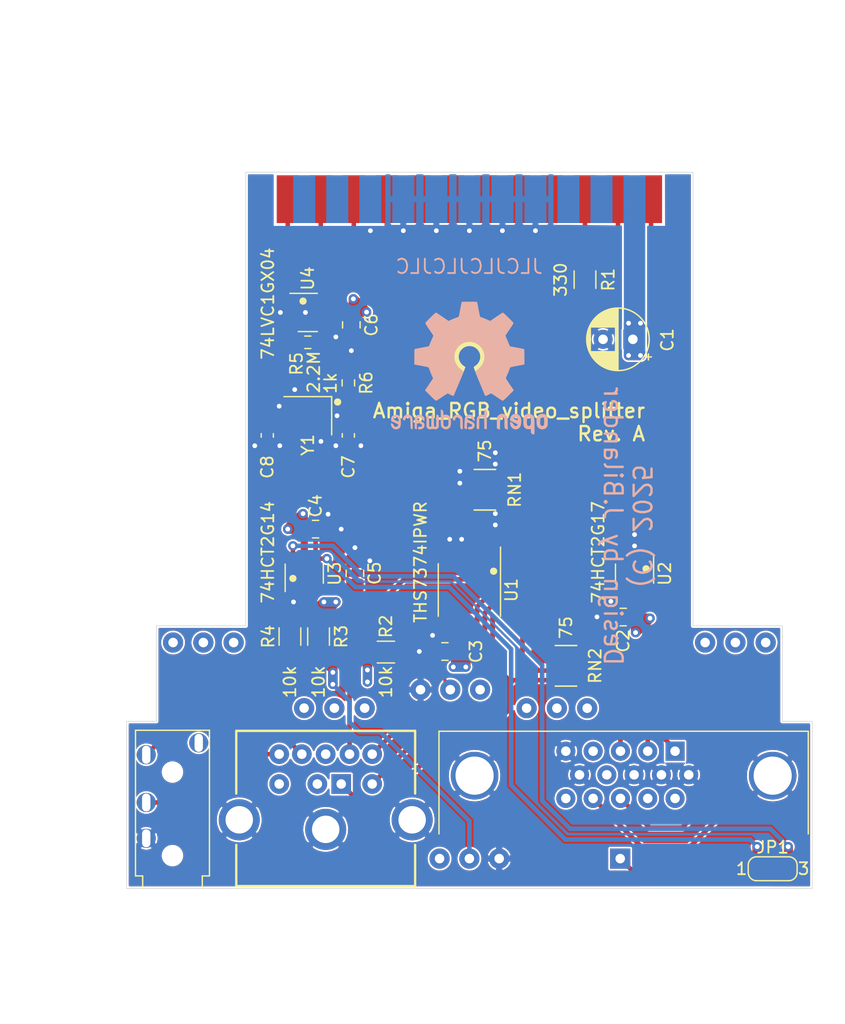
<source format=kicad_pcb>
(kicad_pcb (version 20171130) (host pcbnew "(5.1.12-1-10_14)")
  (layers (0 F.Cu signal) (1 GND power) (2 VCC power) (31 B.Cu signal) (34 B.Paste user) (35 F.Paste user) (36 B.SilkS user) (37 F.SilkS user) (38 B.Mask user) (39 F.Mask user) (44 Edge.Cuts user))
  (net 0 "")
  (net 1 GND)
  (net 2 VCC)
  (net 3 "Net-(J2-Pad15)")
  (net 4 "Net-(J2-Pad12)")
  (net 5 "Net-(J2-Pad11)")
  (net 6 "Net-(J2-Pad9)")
  (net 7 "Net-(J2-Pad4)")
  (net 8 "Net-(J1-Pad15)")
  (net 9 "Net-(J1-Pad14)")
  (net 10 "Net-(J1-Pad13)")
  (net 11 "Net-(J1-Pad9)")
  (net 12 "Net-(J1-Pad8)")
  (net 13 "Net-(J1-Pad7)")
  (net 14 "Net-(J1-Pad6)")
  (net 15 "Net-(J1-Pad21)")
  (net 16 "Net-(J3-Pad6)")
  (net 17 "Net-(J3-Pad5)")
  (net 18 XCLK)
  (net 19 XCLKEN)
  (net 20 RED)
  (net 21 GREEN)
  (net 22 BLUE)
  (net 23 /CSYNC)
  (net 24 HSYNC)
  (net 25 VSYNC)
  (net 26 /+12V)
  (net 27 AUDIO_R)
  (net 28 AUDIO_L)
  (net 29 "Net-(J4-Pad1)")
  (net 30 "Net-(U1-Pad11)")
  (net 31 "Net-(U1-Pad8)")
  (net 32 "Net-(U1-Pad7)")
  (net 33 AMIGA_R)
  (net 34 AMIGA_G)
  (net 35 AMIGA_B)
  (net 36 "Net-(RN1-Pad6)")
  (net 37 "Net-(RN1-Pad3)")
  (net 38 /CSYNK)
  (net 39 VGA_B)
  (net 40 VGA_G)
  (net 41 VGA_R)
  (net 42 "Net-(RN2-Pad5)")
  (net 43 "Net-(RN2-Pad4)")
  (net 44 /HSYNK)
  (net 45 /VSYNK)
  (net 46 "Net-(J5-Pad3)")
  (net 47 /BYPASS)
  (net 48 "Net-(J6-Pad2)")
  (net 49 "Net-(J6-Pad3)")
  (net 50 "Net-(C5-Pad1)")
  (net 51 OE)
  (net 52 "Net-(U4-Pad1)")
  (net 53 "Net-(R5-Pad2)")
  (net 54 "Net-(C7-Pad1)")
  (net 55 "Net-(C8-Pad1)")
  (net 56 "Net-(J7-Pad1)")
  (module Connector_Dsub:DSUB-15-HD_Female_Horizontal_P2.29x1.98mm_EdgePinOffset3.03mm_Housed_MountingHolesOffset4.94mm (layer F.Cu) (at 164.95 133.5)
    (fp_text reference J2 hide)
    (fp_text value DB15_Female_HighDensity_MountingHoles hide)
    (pad 0 thru_hole circle (at 8.185 2.05) (size 4 4) (drill 3.2) (layers *.Cu *.Mask) (net 1 GND))
    (pad 0 thru_hole circle (at -16.815 2.05) (size 4 4) (drill 3.2) (layers *.Cu *.Mask) (net 1 GND))
    (pad 15 thru_hole circle (at -9.16 3.96) (size 1.6 1.6) (drill 0.8) (layers *.Cu *.Mask) (net 3 "Net-(J2-Pad15)"))
    (pad 14 thru_hole circle (at -6.87 3.96) (size 1.6 1.6) (drill 0.8) (layers *.Cu *.Mask) (net 25 VSYNC))
    (pad 13 thru_hole circle (at -4.58 3.96) (size 1.6 1.6) (drill 0.8) (layers *.Cu *.Mask) (net 24 HSYNC))
    (pad 12 thru_hole circle (at -2.29 3.96) (size 1.6 1.6) (drill 0.8) (layers *.Cu *.Mask) (net 4 "Net-(J2-Pad12)"))
    (pad 11 thru_hole circle (at 0 3.96) (size 1.6 1.6) (drill 0.8) (layers *.Cu *.Mask) (net 5 "Net-(J2-Pad11)"))
    (pad 10 thru_hole circle (at -8.015 1.98) (size 1.6 1.6) (drill 0.8) (layers *.Cu *.Mask) (net 1 GND))
    (pad 9 thru_hole circle (at -5.725 1.98) (size 1.6 1.6) (drill 0.8) (layers *.Cu *.Mask) (net 6 "Net-(J2-Pad9)"))
    (pad 8 thru_hole circle (at -3.435 1.98) (size 1.6 1.6) (drill 0.8) (layers *.Cu *.Mask) (net 1 GND))
    (pad 7 thru_hole circle (at -1.145 1.98) (size 1.6 1.6) (drill 0.8) (layers *.Cu *.Mask) (net 1 GND))
    (pad 6 thru_hole circle (at 1.145 1.98) (size 1.6 1.6) (drill 0.8) (layers *.Cu *.Mask) (net 1 GND))
    (pad 5 thru_hole circle (at -9.16 0) (size 1.6 1.6) (drill 0.8) (layers *.Cu *.Mask) (net 1 GND))
    (pad 4 thru_hole circle (at -6.87 0) (size 1.6 1.6) (drill 0.8) (layers *.Cu *.Mask) (net 7 "Net-(J2-Pad4)"))
    (pad 3 thru_hole circle (at -4.58 0) (size 1.6 1.6) (drill 0.8) (layers *.Cu *.Mask) (net 39 VGA_B))
    (pad 2 thru_hole circle (at -2.29 0) (size 1.6 1.6) (drill 0.8) (layers *.Cu *.Mask) (net 40 VGA_G))
    (pad 1 thru_hole rect (at 0 0) (size 1.6 1.6) (drill 0.8) (layers *.Cu *.Mask) (net 41 VGA_R))
  )
  (module Amiga_RGB_video_splitter:KMDGX9SBS1 (layer F.Cu) (at 136.95 136.25)
    (fp_text reference J3 hide)
    (fp_text value KMDGX-9S-BS-1 hide)
    (pad 1 thru_hole rect (at 0 0) (size 1.65 1.65) (drill 0.8) (layers *.Cu *.Mask) (net 22 BLUE))
    (pad 2 thru_hole circle (at -2 0) (size 1.65 1.65) (drill 0.8) (layers *.Cu *.Mask) (net 2 VCC))
    (pad 3 thru_hole circle (at 2.6 0) (size 1.65 1.65) (drill 0.8) (layers *.Cu *.Mask) (net 21 GREEN))
    (pad 4 thru_hole circle (at 0.7 -2.5) (size 1.65 1.65) (drill 0.8) (layers *.Cu *.Mask) (net 23 /CSYNC))
    (pad 5 thru_hole circle (at -1.3 -2.5) (size 1.65 1.65) (drill 0.8) (layers *.Cu *.Mask) (net 17 "Net-(J3-Pad5)"))
    (pad 6 thru_hole circle (at -5.2 0) (size 1.65 1.65) (drill 0.8) (layers *.Cu *.Mask) (net 16 "Net-(J3-Pad6)"))
    (pad 7 thru_hole circle (at 2.6 -2.5) (size 1.65 1.65) (drill 0.8) (layers *.Cu *.Mask) (net 20 RED))
    (pad 8 thru_hole circle (at -3.3 -2.5) (size 1.65 1.65) (drill 0.8) (layers *.Cu *.Mask) (net 28 AUDIO_L))
    (pad 9 thru_hole circle (at -5.2 -2.5) (size 1.65 1.65) (drill 0.8) (layers *.Cu *.Mask) (net 27 AUDIO_R))
    (pad 10 thru_hole circle (at 5.95 3) (size 3.45 3.45) (drill 2.3) (layers *.Cu *.Mask) (net 1 GND))
    (pad 11 thru_hole circle (at -1.3 3.8) (size 3.45 3.45) (drill 2.3) (layers *.Cu *.Mask) (net 1 GND))
    (pad 12 thru_hole circle (at -8.55 3) (size 3.45 3.45) (drill 2.3) (layers *.Cu *.Mask) (net 1 GND))
  )
  (module Connector_PinHeader_2.54mm:PinHeader_1x03_P2.54mm_Vertical (layer B.Cu) (at 133.8395 129.8945 270)
    (fp_text reference REF** hide)
    (fp_text value PinHeader_1x03_P2.54mm_Vertical hide)
    (pad 1 thru_hole oval (at 0 0 270) (size 1.7 1.7) (drill 0.8) (layers *.Cu *.Mask))
    (pad 2 thru_hole oval (at 0 -2.54 270) (size 1.7 1.7) (drill 0.8) (layers *.Cu *.Mask))
    (pad 3 thru_hole oval (at 0 -5.08 270) (size 1.7 1.7) (drill 0.8) (layers *.Cu *.Mask))
  )
  (module Connector_PinHeader_2.54mm:PinHeader_1x03_P2.54mm_Vertical (layer B.Cu) (at 167.47 124.4 270)
    (fp_text reference REF** hide)
    (fp_text value PinHeader_1x03_P2.54mm_Vertical hide)
    (pad 1 thru_hole oval (at 0 0 270) (size 1.7 1.7) (drill 0.8) (layers *.Cu *.Mask))
    (pad 2 thru_hole oval (at 0 -2.54 270) (size 1.7 1.7) (drill 0.8) (layers *.Cu *.Mask))
    (pad 3 thru_hole oval (at 0 -5.08 270) (size 1.7 1.7) (drill 0.8) (layers *.Cu *.Mask))
  )
  (module Connector_PinHeader_2.54mm:PinHeader_1x03_P2.54mm_Vertical (layer B.Cu) (at 152.5 129.9 270)
    (fp_text reference REF** hide)
    (fp_text value PinHeader_1x03_P2.54mm_Vertical hide)
    (pad 3 thru_hole oval (at 0 -5.08 270) (size 1.7 1.7) (drill 0.8) (layers *.Cu *.Mask))
    (pad 2 thru_hole oval (at 0 -2.54 270) (size 1.7 1.7) (drill 0.8) (layers *.Cu *.Mask))
    (pad 1 thru_hole oval (at 0 0 270) (size 1.7 1.7) (drill 0.8) (layers *.Cu *.Mask))
  )
  (module Connector_PinHeader_2.54mm:PinHeader_1x03_P2.54mm_Vertical (layer B.Cu) (at 122.85 124.4 270)
    (fp_text reference REF** hide)
    (fp_text value PinHeader_1x03_P2.54mm_Vertical hide)
    (pad 3 thru_hole oval (at 0 -5.08 270) (size 1.7 1.7) (drill 0.8) (layers *.Cu *.Mask))
    (pad 2 thru_hole oval (at 0 -2.54 270) (size 1.7 1.7) (drill 0.8) (layers *.Cu *.Mask))
    (pad 1 thru_hole oval (at 0 0 270) (size 1.7 1.7) (drill 0.8) (layers *.Cu *.Mask))
  )
  (module Connector_PinHeader_2.54mm:PinHeader_1x01_P2.54mm_Vertical (layer B.Cu) (at 160.35 142.5)
    (fp_text reference J7 hide)
    (fp_text value Conn_01x01 hide)
    (pad 1 thru_hole rect (at 0 0) (size 1.7 1.7) (drill 0.8) (layers *.Cu *.Mask) (net 56 "Net-(J7-Pad1)"))
  )
  (module Jumper:SolderJumper-3_P1.3mm_Open_RoundedPad1.0x1.5mm_NumberLabels (layer F.Cu) (at 173.135 143.35)
    (fp_text reference JP1 (at 0 -1.8) (layer F.SilkS))
    (fp_text value SolderJumper_3_Open hide)
    (fp_text user 1 (at -2.6 0) (layer F.SilkS))
    (fp_text user 3 (at 2.6 0) (layer F.SilkS))
    (pad 2 smd rect (at 0 0) (size 1 1.5) (layers F.Cu F.Mask) (net 56 "Net-(J7-Pad1)"))
    (pad 3 smd custom (at 1.3 0) (size 1 0.5) (layers F.Cu F.Mask) (net 51 OE) (options (clearance outline) (anchor rect)) (primitives (gr_circle (center 0 0.25) (end 0.5 0.25) (width 0)) (gr_circle (center 0 -0.25) (end 0.5 -0.25) (width 0)) (gr_poly (pts (xy -0.55 -0.75) (xy 0 -0.75) (xy 0 0.75) (xy -0.55 0.75)) (width 0))))
    (pad 1 smd custom (at -1.3 0) (size 1 0.5) (layers F.Cu F.Mask) (net 19 XCLKEN) (options (clearance outline) (anchor rect)) (primitives (gr_circle (center 0 0.25) (end 0.5 0.25) (width 0)) (gr_circle (center 0 -0.25) (end 0.5 -0.25) (width 0)) (gr_poly (pts (xy 0.55 -0.75) (xy 0 -0.75) (xy 0 0.75) (xy 0.55 0.75)) (width 0))))
  )
  (module Crystal:Crystal_SMD_SeikoEpson_FA238-4Pin_3.2x2.5mm (layer F.Cu) (at 134.15 105.4 180)
    (fp_text reference Y1 (at 0 -2.45 270) (layer F.SilkS))
    (fp_text value CL=16pF hide)
    (pad 4 smd rect (at -1.1 -0.8 180) (size 1.4 1.2) (layers F.Cu F.Paste F.Mask) (net 1 GND))
    (pad 3 smd rect (at 1.1 -0.8 180) (size 1.4 1.2) (layers F.Cu F.Paste F.Mask) (net 55 "Net-(C8-Pad1)"))
    (pad 2 smd rect (at 1.1 0.8 180) (size 1.4 1.2) (layers F.Cu F.Paste F.Mask) (net 1 GND))
    (pad 1 smd rect (at -1.1 0.8 180) (size 1.4 1.2) (layers F.Cu F.Paste F.Mask) (net 54 "Net-(C7-Pad1)"))
  )
  (module Package_SO:TSOP-6_1.65x3.05mm_P0.95mm (layer F.Cu) (at 134.15 96.75)
    (fp_text reference U4 (at 0 -2.85 90) (layer F.SilkS))
    (fp_text value 74LVC1GX04 hide)
    (pad 6 smd rect (at 1.26 -0.95) (size 0.9 0.51) (layers F.Cu F.Paste F.Mask) (net 18 XCLK))
    (pad 5 smd rect (at 1.26 0) (size 0.9 0.51) (layers F.Cu F.Paste F.Mask) (net 2 VCC))
    (pad 4 smd rect (at 1.26 0.95) (size 0.9 0.51) (layers F.Cu F.Paste F.Mask) (net 53 "Net-(R5-Pad2)"))
    (pad 3 smd rect (at -1.26 0.95) (size 0.9 0.51) (layers F.Cu F.Paste F.Mask) (net 55 "Net-(C8-Pad1)"))
    (pad 2 smd rect (at -1.26 0) (size 0.9 0.51) (layers F.Cu F.Paste F.Mask) (net 1 GND))
    (pad 1 smd rect (at -1.26 -0.95) (size 0.9 0.51) (layers F.Cu F.Paste F.Mask) (net 52 "Net-(U4-Pad1)"))
  )
  (module Capacitor_SMD:C_0603_1608Metric_Pad1.08x0.95mm_HandSolder (layer F.Cu) (at 137.55 107.05 270)
    (fp_text reference C7 (at 2.6375 0 90) (layer F.SilkS))
    (fp_text value 32pF hide)
    (pad 2 smd roundrect (at 0.8625 0 270) (size 1.075 0.95) (layers F.Cu F.Paste F.Mask) (net 1 GND))
    (pad 1 smd roundrect (at -0.8625 0 270) (size 1.075 0.95) (layers F.Cu F.Paste F.Mask) (net 54 "Net-(C7-Pad1)"))
  )
  (module Capacitor_SMD:C_0603_1608Metric_Pad1.08x0.95mm_HandSolder (layer F.Cu) (at 130.75 107.05 270)
    (fp_text reference C8 (at 2.65 0 90) (layer F.SilkS))
    (fp_text value 32pF hide)
    (pad 2 smd roundrect (at 0.8625 0 270) (size 1.075 0.95) (layers F.Cu F.Paste F.Mask) (net 1 GND))
    (pad 1 smd roundrect (at -0.8625 0 270) (size 1.075 0.95) (layers F.Cu F.Paste F.Mask) (net 55 "Net-(C8-Pad1)"))
  )
  (module Resistor_SMD:R_0603_1608Metric_Pad0.98x0.95mm_HandSolder (layer F.Cu) (at 137.55 102.65 270)
    (fp_text reference R6 (at 0 -1.5 90) (layer F.SilkS))
    (fp_text value 1k hide)
    (pad 2 smd roundrect (at 0.9125 0 270) (size 0.975 0.95) (layers F.Cu F.Paste F.Mask) (net 54 "Net-(C7-Pad1)"))
    (pad 1 smd roundrect (at -0.9125 0 270) (size 0.975 0.95) (layers F.Cu F.Paste F.Mask) (net 53 "Net-(R5-Pad2)"))
  )
  (module Resistor_SMD:R_0603_1608Metric_Pad0.98x0.95mm_HandSolder (layer F.Cu) (at 134.15 99.25)
    (fp_text reference R5 (at -0.95 1.8 90) (layer F.SilkS))
    (fp_text value 2.2M hide)
    (pad 2 smd roundrect (at 0.9125 0) (size 0.975 0.95) (layers F.Cu F.Paste F.Mask) (net 53 "Net-(R5-Pad2)"))
    (pad 1 smd roundrect (at -0.9125 0) (size 0.975 0.95) (layers F.Cu F.Paste F.Mask) (net 55 "Net-(C8-Pad1)"))
  )
  (module Capacitor_SMD:C_0805_2012Metric_Pad1.18x1.45mm_HandSolder (layer F.Cu) (at 137.8 97.7875 270)
    (fp_text reference C6 (at 0 -1.68 90) (layer F.SilkS))
    (fp_text value 0.1uF hide)
    (pad 2 smd roundrect (at 1.0375 0 270) (size 1.175 1.45) (layers F.Cu F.Paste F.Mask) (roundrect_rratio 0.212766) (net 1 GND))
    (pad 1 smd roundrect (at -1.0375 0 270) (size 1.175 1.45) (layers F.Cu F.Paste F.Mask) (roundrect_rratio 0.212766) (net 2 VCC))
  )
  (module Package_SO:TSOP-6_1.65x3.05mm_P0.95mm (layer F.Cu) (at 133.85 118.6296 90)
    (fp_text reference U3 (at 0 2.55 90) (layer F.SilkS))
    (fp_text value 74HCT2G14 hide)
    (pad 6 smd rect (at 1.26 -0.95 90) (size 0.9 0.51) (layers F.Cu F.Paste F.Mask) (net 51 OE))
    (pad 5 smd rect (at 1.26 0 90) (size 0.9 0.51) (layers F.Cu F.Paste F.Mask) (net 2 VCC))
    (pad 4 smd rect (at 1.26 0.95 90) (size 0.9 0.51) (layers F.Cu F.Paste F.Mask) (net 19 XCLKEN))
    (pad 3 smd rect (at -1.26 0.95 90) (size 0.9 0.51) (layers F.Cu F.Paste F.Mask) (net 50 "Net-(C5-Pad1)"))
    (pad 2 smd rect (at -1.26 0 90) (size 0.9 0.51) (layers F.Cu F.Paste F.Mask) (net 1 GND))
    (pad 1 smd rect (at -1.26 -0.95 90) (size 0.9 0.51) (layers F.Cu F.Paste F.Mask) (net 19 XCLKEN))
  )
  (module Capacitor_SMD:C_0805_2012Metric_Pad1.18x1.45mm_HandSolder (layer F.Cu) (at 138.1 118.6 90)
    (fp_text reference C5 (at 0 1.65 90) (layer F.SilkS))
    (fp_text value 0.1uF hide)
    (pad 2 smd roundrect (at 1.0375 0 90) (size 1.175 1.45) (layers F.Cu F.Paste F.Mask) (roundrect_rratio 0.212766) (net 1 GND))
    (pad 1 smd roundrect (at -1.0375 0 90) (size 1.175 1.45) (layers F.Cu F.Paste F.Mask) (roundrect_rratio 0.212766) (net 50 "Net-(C5-Pad1)"))
  )
  (module Resistor_SMD:R_1206_3216Metric_Pad1.30x1.75mm_HandSolder (layer F.Cu) (at 132.65 123.9 90)
    (fp_text reference R4 (at 0 -1.82 90) (layer F.SilkS))
    (fp_text value 10k hide)
    (pad 2 smd roundrect (at 1.55 0 90) (size 1.3 1.75) (layers F.Cu F.Paste F.Mask) (roundrect_rratio 0.192308) (net 50 "Net-(C5-Pad1)"))
    (pad 1 smd roundrect (at -1.55 0 90) (size 1.3 1.75) (layers F.Cu F.Paste F.Mask) (roundrect_rratio 0.192308) (net 48 "Net-(J6-Pad2)"))
  )
  (module Capacitor_SMD:C_0805_2012Metric_Pad1.18x1.45mm_HandSolder (layer F.Cu) (at 134.8 114.9)
    (fp_text reference C4 (at 0 -1.95 90) (layer F.SilkS))
    (fp_text value 0.1uF hide)
    (pad 2 smd roundrect (at 1.0375 0) (size 1.175 1.45) (layers F.Cu F.Paste F.Mask) (roundrect_rratio 0.212766) (net 1 GND))
    (pad 1 smd roundrect (at -1.0375 0) (size 1.175 1.45) (layers F.Cu F.Paste F.Mask) (roundrect_rratio 0.212766) (net 2 VCC))
  )
  (module Resistor_SMD:R_1206_3216Metric_Pad1.30x1.75mm_HandSolder (layer F.Cu) (at 135.05 123.9 270)
    (fp_text reference R3 (at 0 -1.9 90) (layer F.SilkS))
    (fp_text value 10k hide)
    (pad 2 smd roundrect (at 1.55 0 270) (size 1.3 1.75) (layers F.Cu F.Paste F.Mask) (roundrect_rratio 0.192308) (net 48 "Net-(J6-Pad2)"))
    (pad 1 smd roundrect (at -1.55 0 270) (size 1.3 1.75) (layers F.Cu F.Paste F.Mask) (roundrect_rratio 0.192308) (net 2 VCC))
  )
  (module Amiga_RGB_video_splitter:PinHeader_1x03_P2.5mm_Vertical (layer B.Cu) (at 147.7 142.5 90)
    (fp_text reference J6 hide)
    (fp_text value "MSS22D18 3Pin Slide Toggle Switch Pitch_2.5mm" hide)
    (pad 1 thru_hole oval (at 0 2.5 90) (size 1.7 1.7) (drill 0.8) (layers *.Cu *.Mask) (net 1 GND))
    (pad 2 thru_hole oval (at 0 0 90) (size 1.7 1.7) (drill 0.8) (layers *.Cu *.Mask) (net 48 "Net-(J6-Pad2)"))
    (pad 3 thru_hole oval (at 0 -2.5 90) (size 1.7 1.7) (drill 0.8) (layers *.Cu *.Mask) (net 49 "Net-(J6-Pad3)"))
  )
  (module Resistor_SMD:R_1206_3216Metric_Pad1.30x1.75mm_HandSolder (layer F.Cu) (at 140.7 125.2)
    (fp_text reference R2 (at 0 -2.15 90) (layer F.SilkS))
    (fp_text value 10k hide)
    (pad 2 smd roundrect (at 1.55 0) (size 1.3 1.75) (layers F.Cu F.Paste F.Mask) (roundrect_rratio 0.192308) (net 47 /BYPASS))
    (pad 1 smd roundrect (at -1.55 0) (size 1.3 1.75) (layers F.Cu F.Paste F.Mask) (roundrect_rratio 0.192308) (net 2 VCC))
  )
  (module Amiga_RGB_video_splitter:PinHeader_1x03_P2.5mm_Vertical (layer F.Cu) (at 146.1 128.35 90)
    (fp_text reference J5 hide)
    (fp_text value "MSS22D18 3Pin Slide Toggle Switch Pitch_2.5mm" hide)
    (pad 1 thru_hole oval (at 0 -2.5 90) (size 1.7 1.7) (drill 0.8) (layers *.Cu *.Mask) (net 1 GND))
    (pad 2 thru_hole oval (at 0 0 90) (size 1.7 1.7) (drill 0.8) (layers *.Cu *.Mask) (net 47 /BYPASS))
    (pad 3 thru_hole oval (at 0 2.5 90) (size 1.7 1.7) (drill 0.8) (layers *.Cu *.Mask) (net 46 "Net-(J5-Pad3)"))
  )
  (module Capacitor_THT:CP_Radial_D5.0mm_P2.50mm (layer F.Cu) (at 161.4112 99 180)
    (fp_text reference C1 (at -2.8888 -0.05 90) (layer F.SilkS))
    (fp_text value "100uF Radial Pitch_2.5mm" hide)
    (pad 2 thru_hole circle (at 2.5 0 180) (size 1.6 1.6) (drill 0.8) (layers *.Cu *.Mask) (net 1 GND))
    (pad 1 thru_hole rect (at 0 0 180) (size 1.6 1.6) (drill 0.8) (layers *.Cu *.Mask) (net 2 VCC))
  )
  (module Amiga_RGB_video_splitter:PJ-320A (layer F.Cu) (at 120.6 145.95 90)
    (fp_text reference J4 hide)
    (fp_text value PJ-320A hide)
    (pad "" np_thru_hole circle (at 10.7 2.2 90) (size 1.5 1.5) (drill 1.5) (layers *.Cu *.Mask))
    (pad "" np_thru_hole circle (at 3.7 2.2 90) (size 1.5 1.5) (drill 1.5) (layers *.Cu *.Mask))
    (pad 1 thru_hole circle (at 13.15 4.4 90) (size 1.6 1.6) (drill oval 1.5 0.7) (layers *.Cu *.Mask) (net 29 "Net-(J4-Pad1)"))
    (pad 2 thru_hole circle (at 12.15 0 90) (size 1.6 1.6) (drill oval 1.5 0.7) (layers *.Cu *.Mask) (net 28 AUDIO_L))
    (pad 3 thru_hole circle (at 8.15 0 90) (size 1.6 1.6) (drill oval 1.5 0.7) (layers *.Cu *.Mask) (net 27 AUDIO_R))
    (pad 4 thru_hole circle (at 5.15 0 90) (size 1.6 1.6) (drill oval 1.5 0.7) (layers *.Cu *.Mask) (net 1 GND))
  )
  (module Package_SO:TSOP-6_1.65x3.05mm_P0.95mm (layer F.Cu) (at 161.5509 118.6296 270)
    (fp_text reference U2 (at 0 -2.54 90) (layer F.SilkS))
    (fp_text value 74HCT2G17 hide)
    (pad 6 smd rect (at 1.26 -0.95 270) (size 0.9 0.51) (layers F.Cu F.Paste F.Mask) (net 25 VSYNC))
    (pad 5 smd rect (at 1.26 0 270) (size 0.9 0.51) (layers F.Cu F.Paste F.Mask) (net 2 VCC))
    (pad 4 smd rect (at 1.26 0.95 270) (size 0.9 0.51) (layers F.Cu F.Paste F.Mask) (net 24 HSYNC))
    (pad 3 smd rect (at -1.26 0.95 270) (size 0.9 0.51) (layers F.Cu F.Paste F.Mask) (net 44 /HSYNK))
    (pad 2 smd rect (at -1.26 0 270) (size 0.9 0.51) (layers F.Cu F.Paste F.Mask) (net 1 GND))
    (pad 1 smd rect (at -1.26 -0.95 270) (size 0.9 0.51) (layers F.Cu F.Paste F.Mask) (net 45 /VSYNK))
  )
  (module Package_SO:TSSOP-14_4.4x5mm_P0.65mm (layer F.Cu) (at 147.7 120 270)
    (fp_text reference U1 (at 0.0012 -3.5258 270) (layer F.SilkS))
    (fp_text value THS7374IPWR hide)
    (pad 14 smd roundrect (at 2.8625 -1.95 270) (size 1.475 0.4) (layers F.Cu F.Paste F.Mask) (net 22 BLUE))
    (pad 13 smd roundrect (at 2.8625 -1.3 270) (size 1.475 0.4) (layers F.Cu F.Paste F.Mask) (net 21 GREEN))
    (pad 12 smd roundrect (at 2.8625 -0.65 270) (size 1.475 0.4) (layers F.Cu F.Paste F.Mask) (net 20 RED))
    (pad 11 smd roundrect (at 2.8625 0 270) (size 1.475 0.4) (layers F.Cu F.Paste F.Mask) (net 30 "Net-(U1-Pad11)"))
    (pad 10 smd roundrect (at 2.8625 0.65 270) (size 1.475 0.4) (layers F.Cu F.Paste F.Mask) (net 2 VCC))
    (pad 9 smd roundrect (at 2.8625 1.3 270) (size 1.475 0.4) (layers F.Cu F.Paste F.Mask) (net 47 /BYPASS))
    (pad 8 smd roundrect (at 2.8625 1.95 270) (size 1.475 0.4) (layers F.Cu F.Paste F.Mask) (net 31 "Net-(U1-Pad8)"))
    (pad 7 smd roundrect (at -2.8625 1.95 270) (size 1.475 0.4) (layers F.Cu F.Paste F.Mask) (net 32 "Net-(U1-Pad7)"))
    (pad 6 smd roundrect (at -2.8625 1.3 270) (size 1.475 0.4) (layers F.Cu F.Paste F.Mask) (net 1 GND))
    (pad 5 smd roundrect (at -2.8625 0.65 270) (size 1.475 0.4) (layers F.Cu F.Paste F.Mask) (net 1 GND))
    (pad 4 smd roundrect (at -2.8625 0 270) (size 1.475 0.4) (layers F.Cu F.Paste F.Mask) (net 1 GND))
    (pad 3 smd roundrect (at -2.8625 -0.65 270) (size 1.475 0.4) (layers F.Cu F.Paste F.Mask) (net 33 AMIGA_R))
    (pad 2 smd roundrect (at -2.8625 -1.3 270) (size 1.475 0.4) (layers F.Cu F.Paste F.Mask) (net 34 AMIGA_G))
    (pad 1 smd roundrect (at -2.8625 -1.95 270) (size 1.475 0.4) (layers F.Cu F.Paste F.Mask) (net 35 AMIGA_B))
  )
  (module Capacitor_SMD:C_0805_2012Metric_Pad1.18x1.45mm_HandSolder (layer F.Cu) (at 160.6009 122.2655 180)
    (fp_text reference C2 (at 0 -2 90) (layer F.SilkS))
    (fp_text value 0.1uF hide)
    (pad 2 smd roundrect (at 1.0375 0 180) (size 1.175 1.45) (layers F.Cu F.Paste F.Mask) (roundrect_rratio 0.212766) (net 1 GND))
    (pad 1 smd roundrect (at -1.0375 0 180) (size 1.175 1.45) (layers F.Cu F.Paste F.Mask) (roundrect_rratio 0.212766) (net 2 VCC))
  )
  (module Amiga_RGB_video_splitter:RESCAF80P320X160X60-8N (layer F.Cu) (at 155.8 126.35 180)
    (fp_text reference RN2 (at -2.45 0 90) (layer F.SilkS))
    (fp_text value "R_Pack04 75 Ω" hide)
    (pad 8 smd rect (at 0.875 -1.2 180) (size 0.97 0.53) (layers F.Cu F.Paste F.Mask) (net 22 BLUE))
    (pad 7 smd rect (at 0.875 -0.4 180) (size 0.97 0.53) (layers F.Cu F.Paste F.Mask) (net 21 GREEN))
    (pad 6 smd rect (at 0.875 0.4 180) (size 0.97 0.53) (layers F.Cu F.Paste F.Mask) (net 20 RED))
    (pad 5 smd rect (at 0.875 1.2 180) (size 0.97 0.53) (layers F.Cu F.Paste F.Mask) (net 42 "Net-(RN2-Pad5)"))
    (pad 4 smd rect (at -0.875 1.2 180) (size 0.97 0.53) (layers F.Cu F.Paste F.Mask) (net 43 "Net-(RN2-Pad4)"))
    (pad 3 smd rect (at -0.875 0.4 180) (size 0.97 0.53) (layers F.Cu F.Paste F.Mask) (net 41 VGA_R))
    (pad 2 smd rect (at -0.875 -0.4 180) (size 0.97 0.53) (layers F.Cu F.Paste F.Mask) (net 40 VGA_G))
    (pad 1 smd rect (at -0.875 -1.2 180) (size 0.97 0.53) (layers F.Cu F.Paste F.Mask) (net 39 VGA_B))
  )
  (module Amiga_RGB_video_splitter:RESCAF80P320X160X60-8N (layer F.Cu) (at 149 111.6)
    (fp_text reference RN1 (at 2.5 0 90) (layer F.SilkS))
    (fp_text value "R_Pack04 75 Ω" hide)
    (pad 8 smd rect (at 0.875 -1.2) (size 0.97 0.53) (layers F.Cu F.Paste F.Mask) (net 1 GND))
    (pad 7 smd rect (at 0.875 -0.4) (size 0.97 0.53) (layers F.Cu F.Paste F.Mask) (net 35 AMIGA_B))
    (pad 6 smd rect (at 0.875 0.4) (size 0.97 0.53) (layers F.Cu F.Paste F.Mask) (net 36 "Net-(RN1-Pad6)"))
    (pad 5 smd rect (at 0.875 1.2) (size 0.97 0.53) (layers F.Cu F.Paste F.Mask) (net 1 GND))
    (pad 4 smd rect (at -0.875 1.2) (size 0.97 0.53) (layers F.Cu F.Paste F.Mask) (net 33 AMIGA_R))
    (pad 3 smd rect (at -0.875 0.4) (size 0.97 0.53) (layers F.Cu F.Paste F.Mask) (net 37 "Net-(RN1-Pad3)"))
    (pad 2 smd rect (at -0.875 -0.4) (size 0.97 0.53) (layers F.Cu F.Paste F.Mask) (net 1 GND))
    (pad 1 smd rect (at -0.875 -1.2) (size 0.97 0.53) (layers F.Cu F.Paste F.Mask) (net 34 AMIGA_G))
  )
  (module Resistor_SMD:R_1206_3216Metric_Pad1.30x1.75mm_HandSolder (layer F.Cu) (at 157.395 94 270)
    (fp_text reference R1 (at 0 -1.955 90) (layer F.SilkS))
    (fp_text value 330 hide)
    (pad 2 smd roundrect (at 1.55 0 270) (size 1.3 1.75) (layers F.Cu F.Paste F.Mask) (roundrect_rratio 0.192308) (net 23 /CSYNC))
    (pad 1 smd roundrect (at -1.55 0 270) (size 1.3 1.75) (layers F.Cu F.Paste F.Mask) (roundrect_rratio 0.192308) (net 38 /CSYNK))
  )
  (module Capacitor_SMD:C_0805_2012Metric_Pad1.18x1.45mm_HandSolder (layer F.Cu) (at 145.65 125.15 180)
    (fp_text reference C3 (at -2.6 0 90) (layer F.SilkS))
    (fp_text value 0.1uF hide)
    (pad 2 smd roundrect (at 1.0375 0 180) (size 1.175 1.45) (layers F.Cu F.Paste F.Mask) (roundrect_rratio 0.212766) (net 1 GND))
    (pad 1 smd roundrect (at -1.0375 0 180) (size 1.175 1.45) (layers F.Cu F.Paste F.Mask) (roundrect_rratio 0.212766) (net 2 VCC))
  )
  (module Amiga_RGB_video_splitter:DSUB-23_Female_EdgeMount_P2.77mm (layer F.Cu) (at 147.7 87 180)
    (fp_text reference J1 hide)
    (fp_text value DB23_Female-Connector hide)
    (pad 1 smd rect (at 15.235 -0.26 180) (size 1.846667 4) (layers F.Cu F.Paste F.Mask) (net 18 XCLK))
    (pad 2 smd rect (at 12.465 -0.26 180) (size 1.846667 4) (layers F.Cu F.Paste F.Mask) (net 19 XCLKEN))
    (pad 3 smd rect (at 9.695 -0.26 180) (size 1.846667 4) (layers F.Cu F.Paste F.Mask) (net 33 AMIGA_R))
    (pad 4 smd rect (at 6.925 -0.26 180) (size 1.846667 4) (layers F.Cu F.Paste F.Mask) (net 34 AMIGA_G))
    (pad 5 smd rect (at 4.155 -0.26 180) (size 1.846667 4) (layers F.Cu F.Paste F.Mask) (net 35 AMIGA_B))
    (pad 6 smd rect (at 1.385 -0.26 180) (size 1.846667 4) (layers F.Cu F.Paste F.Mask) (net 14 "Net-(J1-Pad6)"))
    (pad 7 smd rect (at -1.385 -0.26 180) (size 1.846667 4) (layers F.Cu F.Paste F.Mask) (net 13 "Net-(J1-Pad7)"))
    (pad 8 smd rect (at -4.155 -0.26 180) (size 1.846667 4) (layers F.Cu F.Paste F.Mask) (net 12 "Net-(J1-Pad8)"))
    (pad 9 smd rect (at -6.925 -0.26 180) (size 1.846667 4) (layers F.Cu F.Paste F.Mask) (net 11 "Net-(J1-Pad9)"))
    (pad 10 smd rect (at -9.695 -0.26 180) (size 1.846667 4) (layers F.Cu F.Paste F.Mask) (net 38 /CSYNK))
    (pad 11 smd rect (at -12.465 -0.26 180) (size 1.846667 4) (layers F.Cu F.Paste F.Mask) (net 44 /HSYNK))
    (pad 12 smd rect (at -15.235 -0.26 180) (size 1.846667 4) (layers F.Cu F.Paste F.Mask) (net 45 /VSYNK))
    (pad 13 smd rect (at 13.85 -0.26 180) (size 1.846667 4) (layers B.Cu B.Paste B.Mask) (net 10 "Net-(J1-Pad13)"))
    (pad 14 smd rect (at 11.08 -0.26 180) (size 1.846667 4) (layers B.Cu B.Paste B.Mask) (net 9 "Net-(J1-Pad14)"))
    (pad 15 smd rect (at 8.31 -0.26 180) (size 1.846667 4) (layers B.Cu B.Paste B.Mask) (net 8 "Net-(J1-Pad15)"))
    (pad 16 smd rect (at 5.54 -0.26 180) (size 1.846667 4) (layers B.Cu B.Paste B.Mask) (net 1 GND))
    (pad 17 smd rect (at 2.77 -0.26 180) (size 1.846667 4) (layers B.Cu B.Paste B.Mask) (net 1 GND))
    (pad 18 smd rect (at 0 -0.26 180) (size 1.846667 4) (layers B.Cu B.Paste B.Mask) (net 1 GND))
    (pad 19 smd rect (at -2.77 -0.26 180) (size 1.846667 4) (layers B.Cu B.Paste B.Mask) (net 1 GND))
    (pad 20 smd rect (at -5.54 -0.26 180) (size 1.846667 4) (layers B.Cu B.Paste B.Mask) (net 1 GND))
    (pad 21 smd rect (at -8.31 -0.26 180) (size 1.846667 4) (layers B.Cu B.Paste B.Mask) (net 15 "Net-(J1-Pad21)"))
    (pad 22 smd rect (at -11.08 -0.26 180) (size 1.846667 4) (layers B.Cu B.Paste B.Mask) (net 26 /+12V))
    (pad 23 smd rect (at -13.85 -0.26 180) (size 1.846667 4) (layers B.Cu B.Paste B.Mask) (net 2 VCC))
  )
  (module Symbol:OSHW-Logo2_14.6x12mm_SilkScreen (layer B.Cu) (at 147.7 101.4 180)
    (fp_text reference REF** hide)
    (fp_text value OSHW-Logo2_14.6x12mm_SilkScreen hide)
  )
  (module Symbol:OSHW-Symbol_6.7x6mm_SilkScreen (layer F.Cu) (at 147.7 100.15)
    (fp_text reference REF** hide)
    (fp_text value OSHW-Symbol_6.7x6mm_SilkScreen hide)
  )
  (gr_text 2.2M (at 134.65 103.6 90) (layer F.SilkS) (effects (font (size 1 1)) (justify left)))
  (gr_text 1k (at 136.05 103.65 90) (layer F.SilkS) (effects (font (size 1 1)) (justify left)))
  (gr_text 74LVC1GX04 (at 130.8 100.8 90) (layer F.SilkS) (effects (font (size 1 1)) (justify left)))
  (gr_text 10k (at 135.05 129.15 90) (layer F.SilkS) (effects (font (size 1 1)) (justify left)))
  (gr_text 10k (at 132.65 129.15 90) (layer F.SilkS) (effects (font (size 1 1)) (justify left)))
  (gr_text 10k (at 140.7 129.15 90) (layer F.SilkS) (effects (font (size 1 1)) (justify left)))
  (gr_text 74HCT2G14 (at 130.8 121.2204 90) (layer F.SilkS) (effects (font (size 1 1)) (justify left)))
  (gr_text 330 (at 155.35 95.5283 90) (layer F.SilkS) (effects (font (size 1 1)) (justify left)))
  (gr_text 75 (at 155.8 124.2 90) (layer F.SilkS) (effects (font (size 1 1)) (justify left)))
  (gr_text 75 (at 149 109.4 90) (layer F.SilkS) (effects (font (size 1 1)) (justify left)))
  (gr_text THS7374IPWR (at 143.6 122.85 90) (layer F.SilkS) (effects (font (size 1 1)) (justify left)))
  (gr_text 74HCT2G17 (at 158.5 121.2204 90) (layer F.SilkS) (effects (font (size 1 1)) (justify left)))
  (gr_line (start 173.95 123) (end 173.95 131) (layer Edge.Cuts) (width 0.05))
  (gr_line (start 173.95 131) (end 176.45 131) (layer Edge.Cuts) (width 0.05))
  (gr_line (start 118.95 131) (end 121.45 131) (layer Edge.Cuts) (width 0.05))
  (gr_line (start 118.95 131) (end 118.95 145) (layer Edge.Cuts) (width 0.05))
  (gr_line (start 118.95 145) (end 176.45 145) (layer Edge.Cuts) (width 0.05))
  (gr_text JLCJLCJLCJLC (at 153.95 92.9) (layer B.SilkS) (effects (font (size 1.2 1.2)) (justify left mirror)))
  (gr_text "Amiga_RGB_video_splitter\nRev. A" (at 162.55 105.95) (layer F.SilkS) (effects (font (size 1.2 1.2) (thickness 0.2)) (justify right)))
  (gr_line (start 121.45 123) (end 121.45 131) (layer Edge.Cuts) (width 0.05))
  (gr_line (start 128.95 123) (end 121.45 123) (layer Edge.Cuts) (width 0.05))
  (gr_line (start 176.45 131) (end 176.45 145) (layer Edge.Cuts) (width 0.05))
  (gr_line (start 166.45 123) (end 173.95 123) (layer Edge.Cuts) (width 0.05))
  (gr_text "(C) 2025\nDesign by J.Bilander" (at 160.95 114.65 270) (layer B.SilkS) (effects (font (size 1.5 1.5) (thickness 0.2)) (justify mirror)))
  (gr_line (start 128.95 85) (end 128.95 123) (layer Edge.Cuts) (width 0.05))
  (gr_line (start 166.45 85) (end 166.45 123) (layer Edge.Cuts) (width 0.05))
  (gr_line (start 128.95 85) (end 166.45 85) (layer Edge.Cuts) (width 0.05))
  (via (at 142.16 89.9) (size 0.8) (drill 0.4) (layers F.Cu B.Cu) (net 1))
  (via (at 144.93 89.9) (size 0.8) (drill 0.4) (layers F.Cu B.Cu) (net 1))
  (via (at 150.47 89.9) (size 0.8) (drill 0.4) (layers F.Cu B.Cu) (net 1))
  (via (at 147.7 89.9) (size 0.8) (drill 0.4) (layers F.Cu B.Cu) (net 1))
  (via (at 153.24 89.9) (size 0.8) (drill 0.4) (layers F.Cu B.Cu) (net 1))
  (via (at 139.4 89.9) (size 0.8) (drill 0.4) (layers F.Cu B.Cu) (net 1))
  (via (at 149.875 113.6) (size 0.8) (drill 0.4) (layers F.Cu B.Cu) (net 1))
  (via (at 146.9 111.05) (size 0.8) (drill 0.4) (layers F.Cu B.Cu) (net 1))
  (via (at 146.9 110.05) (size 0.8) (drill 0.4) (layers F.Cu B.Cu) (net 1))
  (via (at 149.875 114.55) (size 0.8) (drill 0.4) (layers F.Cu B.Cu) (net 1))
  (via (at 149.875 109.45) (size 0.8) (drill 0.4) (layers F.Cu B.Cu) (net 1))
  (via (at 149.875 108.5) (size 0.8) (drill 0.4) (layers F.Cu B.Cu) (net 1))
  (via (at 161.5509 116.3075) (size 0.8) (drill 0.4) (layers F.Cu B.Cu) (net 1))
  (via (at 161.5509 115.3575) (size 0.8) (drill 0.4) (layers F.Cu B.Cu) (net 1))
  (via (at 133.05 103.21) (size 0.8) (drill 0.4) (layers F.Cu B.Cu) (net 1))
  (via (at 135.25 107.55) (size 0.8) (drill 0.4) (layers F.Cu B.Cu) (net 1))
  (via (at 136.95 114.9) (size 0.8) (drill 0.4) (layers F.Cu B.Cu) (net 1))
  (via (at 138.1 116.45) (size 0.8) (drill 0.4) (layers F.Cu B.Cu) (net 1))
  (via (at 135.85 113.65) (size 0.8) (drill 0.4) (layers F.Cu B.Cu) (net 1))
  (via (at 139.35 117.55) (size 0.8) (drill 0.4) (layers F.Cu B.Cu) (net 1))
  (via (at 137.8 99.95) (size 0.8) (drill 0.4) (layers F.Cu B.Cu) (net 1))
  (via (at 136.5 98.8) (size 0.8) (drill 0.4) (layers F.Cu B.Cu) (net 1))
  (via (at 131.85 96.75) (size 0.8) (drill 0.4) (layers F.Cu B.Cu) (net 1))
  (via (at 133.95 96.75) (size 0.8) (drill 0.4) (layers F.Cu B.Cu) (net 1))
  (via (at 131.75 104.6) (size 0.8) (drill 0.4) (layers F.Cu B.Cu) (net 1))
  (via (at 136.6 105.4) (size 0.8) (drill 0.4) (layers F.Cu B.Cu) (net 1))
  (via (at 147.05 115.75) (size 0.8) (drill 0.4) (layers F.Cu B.Cu) (net 1))
  (via (at 146.05 115.75) (size 0.8) (drill 0.4) (layers F.Cu B.Cu) (net 1))
  (via (at 143.5 125.15) (size 0.8) (drill 0.4) (layers F.Cu B.Cu) (net 1))
  (via (at 144.6125 123.8) (size 0.8) (drill 0.4) (layers F.Cu B.Cu) (net 1))
  (via (at 158.4 122.25) (size 0.8) (drill 0.4) (layers F.Cu B.Cu) (net 1))
  (via (at 159.5634 120.95) (size 0.8) (drill 0.4) (layers F.Cu B.Cu) (net 1))
  (via (at 131.8 107.9125) (size 0.8) (drill 0.4) (layers F.Cu B.Cu) (net 1))
  (via (at 129.7 107.9125) (size 0.8) (drill 0.4) (layers F.Cu B.Cu) (net 1))
  (via (at 136.5 107.9125) (size 0.8) (drill 0.4) (layers F.Cu B.Cu) (net 1))
  (via (at 138.6 107.9125) (size 0.8) (drill 0.4) (layers F.Cu B.Cu) (net 1))
  (via (at 132.95 121) (size 0.8) (drill 0.4) (layers F.Cu B.Cu) (net 1))
  (via (at 139.15 127.7) (size 0.8) (drill 0.4) (layers F.Cu B.Cu) (net 2))
  (via (at 139.15 126.7) (size 0.8) (drill 0.4) (layers F.Cu B.Cu) (net 2))
  (via (at 162.85 122.3655) (size 0.8) (drill 0.4) (layers F.Cu B.Cu) (net 2))
  (via (at 161.05 97.6492) (size 0.8) (drill 0.4) (layers F.Cu B.Cu) (net 2))
  (via (at 162.05 97.6492) (size 0.8) (drill 0.4) (layers F.Cu B.Cu) (net 2))
  (via (at 147.4 126.45) (size 0.8) (drill 0.4) (layers F.Cu B.Cu) (net 2))
  (via (at 161.6384 123.5655) (size 0.8) (drill 0.4) (layers F.Cu B.Cu) (net 2))
  (segment (start 162.85 122.3655) (end 161.7384 122.3655) (width 0.8) (layer F.Cu) (net 2))
  (segment (start 161.6384 123.5655) (end 161.6384 122.2655) (width 0.8) (layer F.Cu) (net 2))
  (segment (start 162.8384 122.3655) (end 161.6384 123.5655) (width 0.8) (layer F.Cu) (net 2))
  (segment (start 161.05 98.6388) (end 161.4112 99) (width 0.8) (layer B.Cu) (net 2))
  (segment (start 161.05 97.6492) (end 161.05 98.6388) (width 0.8) (layer B.Cu) (net 2))
  (segment (start 162.05 98.3612) (end 161.4112 99) (width 0.8) (layer B.Cu) (net 2))
  (segment (start 162.05 97.6492) (end 162.05 98.3612) (width 0.8) (layer B.Cu) (net 2))
  (segment (start 161.5509 98.8603) (end 161.4112 99) (width 0.8) (layer B.Cu) (net 2))
  (segment (start 161.05 97.6492) (end 161.5509 97.6492) (width 0.8) (layer B.Cu) (net 2))
  (segment (start 161.5509 97.6492) (end 161.5509 98.8603) (width 0.8) (layer B.Cu) (net 2))
  (segment (start 161.5509 97.6492) (end 162.05 97.6492) (width 0.8) (layer B.Cu) (net 2))
  (segment (start 161.05 87.76) (end 161.55 87.26) (width 0.8) (layer B.Cu) (net 2))
  (segment (start 161.05 97.6492) (end 161.05 87.76) (width 0.8) (layer B.Cu) (net 2))
  (segment (start 162.05 87.76) (end 161.55 87.26) (width 0.8) (layer B.Cu) (net 2))
  (segment (start 162.05 97.6492) (end 162.05 87.76) (width 0.8) (layer B.Cu) (net 2))
  (segment (start 161.5509 87.2609) (end 161.55 87.26) (width 0.8) (layer B.Cu) (net 2))
  (segment (start 161.5509 97.6492) (end 161.5509 87.2609) (width 0.8) (layer B.Cu) (net 2))
  (segment (start 161.0119 99.3993) (end 161.4112 99) (width 0.8) (layer B.Cu) (net 2))
  (segment (start 161.5128 99.1016) (end 161.4112 99) (width 0.8) (layer B.Cu) (net 2))
  (via (at 161.05 100.3543) (size 0.8) (drill 0.4) (layers F.Cu B.Cu) (net 2))
  (via (at 162.05 100.3543) (size 0.8) (drill 0.4) (layers F.Cu B.Cu) (net 2))
  (segment (start 162.05 97.6492) (end 162.05 100.3543) (width 0.8) (layer B.Cu) (net 2))
  (segment (start 161.05 97.6492) (end 161.05 100.3543) (width 0.8) (layer B.Cu) (net 2))
  (segment (start 161.5636 99.1524) (end 161.4112 99) (width 0.8) (layer B.Cu) (net 2))
  (segment (start 161.5636 100.3543) (end 161.5636 99.1524) (width 0.8) (layer B.Cu) (net 2))
  (segment (start 161.05 100.3543) (end 161.5636 100.3543) (width 0.8) (layer B.Cu) (net 2))
  (segment (start 161.5636 100.3543) (end 162.05 100.3543) (width 0.8) (layer B.Cu) (net 2))
  (segment (start 161.05 97.6492) (end 161.05 100.3543) (width 0.8) (layer F.Cu) (net 2))
  (segment (start 162.05 97.6492) (end 162.05 100.3543) (width 0.8) (layer F.Cu) (net 2))
  (segment (start 161.05 97.6492) (end 162.05 97.6492) (width 0.8) (layer F.Cu) (net 2))
  (segment (start 161.5509 98.8603) (end 161.4112 99) (width 0.8) (layer F.Cu) (net 2))
  (segment (start 161.5509 97.6492) (end 161.5509 98.8603) (width 0.8) (layer F.Cu) (net 2))
  (segment (start 161.5509 99.1397) (end 161.4112 99) (width 0.8) (layer F.Cu) (net 2))
  (segment (start 161.5509 100.3543) (end 161.5509 99.1397) (width 0.8) (layer F.Cu) (net 2))
  (segment (start 161.05 100.3543) (end 161.5509 100.3543) (width 0.8) (layer F.Cu) (net 2))
  (segment (start 161.5509 100.3543) (end 162.05 100.3543) (width 0.8) (layer F.Cu) (net 2))
  (segment (start 161.5509 122.178) (end 161.6384 122.2655) (width 0.6) (layer F.Cu) (net 2))
  (segment (start 161.5509 119.8896) (end 161.5509 122.178) (width 0.6) (layer F.Cu) (net 2))
  (segment (start 147.05 124.7875) (end 146.6875 125.15) (width 0.381) (layer F.Cu) (net 2))
  (segment (start 147.05 122.8625) (end 147.05 124.7875) (width 0.381) (layer F.Cu) (net 2))
  (segment (start 146.6875 125.15) (end 146.6875 124.1125) (width 0.381) (layer F.Cu) (net 2))
  (segment (start 147.05 123.75) (end 147.05 122.8625) (width 0.381) (layer F.Cu) (net 2))
  (segment (start 146.6875 125.15) (end 146.55 125.15) (width 0.381) (layer F.Cu) (net 2))
  (via (at 146.35 126.45) (size 0.8) (drill 0.4) (layers F.Cu B.Cu) (net 2))
  (segment (start 146.35 124.45) (end 147.05 123.75) (width 0.381) (layer F.Cu) (net 2))
  (segment (start 146.35 126.45) (end 146.35 124.45) (width 0.381) (layer F.Cu) (net 2))
  (segment (start 146.6875 126.1125) (end 146.35 126.45) (width 0.8) (layer F.Cu) (net 2))
  (segment (start 146.6875 125.15) (end 146.6875 126.1125) (width 0.8) (layer F.Cu) (net 2))
  (segment (start 146.35 126.45) (end 147.4 126.45) (width 0.8) (layer F.Cu) (net 2))
  (segment (start 147.4 125.8625) (end 146.6875 125.15) (width 0.8) (layer F.Cu) (net 2))
  (segment (start 147.4 126.45) (end 147.4 125.8625) (width 0.8) (layer F.Cu) (net 2))
  (segment (start 139.15 126.7) (end 139.15 125.2) (width 0.8) (layer F.Cu) (net 2))
  (segment (start 139.15 127.7) (end 139.15 126.7) (width 0.8) (layer F.Cu) (net 2))
  (via (at 135.5 121) (size 0.8) (drill 0.4) (layers F.Cu B.Cu) (net 2))
  (via (at 136.5 121) (size 0.8) (drill 0.4) (layers F.Cu B.Cu) (net 2))
  (segment (start 135.05 121.45) (end 135.5 121) (width 0.8) (layer F.Cu) (net 2))
  (segment (start 135.05 122.35) (end 135.05 121.45) (width 0.8) (layer F.Cu) (net 2))
  (segment (start 136.5 121) (end 135.5 121) (width 0.8) (layer F.Cu) (net 2))
  (segment (start 135.15 122.35) (end 136.5 121) (width 0.8) (layer F.Cu) (net 2))
  (segment (start 135.05 122.35) (end 135.15 122.35) (width 0.8) (layer F.Cu) (net 2))
  (segment (start 135.5 121) (end 136.5 121) (width 0.8) (layer B.Cu) (net 2))
  (segment (start 139.15 126.7) (end 139.15 127.7) (width 0.8) (layer B.Cu) (net 2))
  (segment (start 146.35 126.45) (end 147.4 126.45) (width 0.8) (layer B.Cu) (net 2))
  (via (at 133.75 113.6004) (size 0.8) (drill 0.4) (layers F.Cu B.Cu) (net 2))
  (via (at 132.4679 114.9) (size 0.8) (drill 0.4) (layers F.Cu B.Cu) (net 2))
  (segment (start 133.75 114.8875) (end 133.7625 114.9) (width 0.8) (layer F.Cu) (net 2))
  (segment (start 132.4679 114.8825) (end 133.75 113.6004) (width 0.8) (layer F.Cu) (net 2))
  (segment (start 132.4679 114.9) (end 132.4679 114.8825) (width 0.8) (layer F.Cu) (net 2))
  (segment (start 132.4679 114.9) (end 133.7625 114.9) (width 0.8) (layer F.Cu) (net 2))
  (segment (start 133.75 113.6004) (end 133.75 114.8875) (width 0.8) (layer F.Cu) (net 2))
  (segment (start 133.85 114.9875) (end 133.7625 114.9) (width 0.6) (layer F.Cu) (net 2))
  (segment (start 133.85 117.3696) (end 133.85 114.9875) (width 0.6) (layer F.Cu) (net 2))
  (segment (start 135.41 96.75) (end 137.8 96.75) (width 0.6) (layer F.Cu) (net 2))
  (via (at 137.97 95.61) (size 0.8) (drill 0.4) (layers F.Cu B.Cu) (net 2))
  (via (at 139.08 96.72) (size 0.8) (drill 0.4) (layers F.Cu B.Cu) (net 2))
  (segment (start 139.08 96.72) (end 137.97 95.61) (width 0.8) (layer F.Cu) (net 2))
  (segment (start 137.97 96.58) (end 137.8 96.75) (width 0.8) (layer F.Cu) (net 2))
  (segment (start 137.97 95.61) (end 137.97 96.58) (width 0.8) (layer F.Cu) (net 2))
  (segment (start 137.83 96.72) (end 137.8 96.75) (width 0.8) (layer F.Cu) (net 2))
  (segment (start 139.08 96.72) (end 137.83 96.72) (width 0.8) (layer F.Cu) (net 2))
  (segment (start 132.465 87.26) (end 132.465 91.265) (width 0.381) (layer F.Cu) (net 18))
  (segment (start 135.41 94.21) (end 135.41 95.8) (width 0.381) (layer F.Cu) (net 18))
  (segment (start 132.465 91.265) (end 135.41 94.21) (width 0.381) (layer F.Cu) (net 18))
  (segment (start 135.235 87.26) (end 135.235 91.185) (width 0.381) (layer F.Cu) (net 19))
  (segment (start 135.235 91.185) (end 142.9 98.85) (width 0.381) (layer F.Cu) (net 19))
  (segment (start 132.9 119.8896) (end 132.9 119.8896) (width 0.381) (layer F.Cu) (net 19))
  (segment (start 132.9 119.1) (end 133.4 118.6) (width 0.381) (layer F.Cu) (net 19))
  (segment (start 133.4 118.6) (end 134.35 118.6) (width 0.381) (layer F.Cu) (net 19))
  (segment (start 134.8 118.15) (end 134.8 117.3696) (width 0.381) (layer F.Cu) (net 19))
  (segment (start 134.8 117.3696) (end 134.8 113.25) (width 0.381) (layer F.Cu) (net 19))
  (segment (start 142.9 105.15) (end 142.9 98.85) (width 0.381) (layer F.Cu) (net 19))
  (segment (start 134.8 113.25) (end 142.9 105.15) (width 0.381) (layer F.Cu) (net 19))
  (segment (start 171.835 141.385) (end 171.835 141.385) (width 0.254) (layer F.Cu) (net 19))
  (via (at 171.835 141.5) (size 0.8) (drill 0.4) (layers F.Cu B.Cu) (net 19))
  (segment (start 132.9 119.8896) (end 132.9 119.1) (width 0.381) (layer F.Cu) (net 19))
  (via (at 135.75 117.3696) (size 0.8) (drill 0.4) (layers F.Cu B.Cu) (net 19))
  (segment (start 134.35 118.6) (end 134.8 118.15) (width 0.381) (layer F.Cu) (net 19))
  (segment (start 134.8 117.3696) (end 135.75 117.3696) (width 0.381) (layer F.Cu) (net 19))
  (segment (start 171.835 141.5) (end 171.835 143.35) (width 0.8) (layer F.Cu) (net 19))
  (segment (start 171.235 140.9) (end 171.835 141.5) (width 0.381) (layer B.Cu) (net 19))
  (segment (start 155.75 140.9) (end 171.235 140.9) (width 0.381) (layer B.Cu) (net 19))
  (segment (start 138.1304 119.75) (end 146 119.75) (width 0.381) (layer B.Cu) (net 19))
  (segment (start 151.2 124.95) (end 151.2 136.35) (width 0.381) (layer B.Cu) (net 19))
  (segment (start 146 119.75) (end 151.2 124.95) (width 0.381) (layer B.Cu) (net 19))
  (segment (start 151.2 136.35) (end 155.75 140.9) (width 0.381) (layer B.Cu) (net 19))
  (segment (start 135.75 117.3696) (end 138.1304 119.75) (width 0.381) (layer B.Cu) (net 19))
  (segment (start 149.25 120.5) (end 148.35 121.4) (width 0.381) (layer F.Cu) (net 20))
  (segment (start 151.2 120.5) (end 149.25 120.5) (width 0.381) (layer F.Cu) (net 20))
  (segment (start 148.35 121.4) (end 148.35 122.8625) (width 0.381) (layer F.Cu) (net 20))
  (segment (start 153.1 122.4) (end 151.2 120.5) (width 0.381) (layer F.Cu) (net 20))
  (segment (start 153.1 125.1) (end 153.1 122.4) (width 0.381) (layer F.Cu) (net 20))
  (segment (start 153.95 125.95) (end 153.1 125.1) (width 0.381) (layer F.Cu) (net 20))
  (segment (start 154.925 125.95) (end 153.95 125.95) (width 0.381) (layer F.Cu) (net 20))
  (segment (start 142.55 130.75) (end 139.55 133.75) (width 0.381) (layer F.Cu) (net 20))
  (segment (start 148.35 122.8625) (end 148.35 126.6) (width 0.381) (layer F.Cu) (net 20))
  (segment (start 148.35 126.6) (end 147.35 127.6) (width 0.381) (layer F.Cu) (net 20))
  (segment (start 146.75 130.75) (end 142.55 130.75) (width 0.381) (layer F.Cu) (net 20))
  (segment (start 147.35 130.15) (end 146.75 130.75) (width 0.381) (layer F.Cu) (net 20))
  (segment (start 147.35 127.6) (end 147.35 130.15) (width 0.381) (layer F.Cu) (net 20))
  (segment (start 150.45 121.35) (end 149.55 121.35) (width 0.381) (layer F.Cu) (net 21))
  (segment (start 149.55 121.35) (end 149 121.9) (width 0.381) (layer F.Cu) (net 21))
  (segment (start 153.5 126.75) (end 152.15 125.4) (width 0.381) (layer F.Cu) (net 21))
  (segment (start 152.15 123.05) (end 150.45 121.35) (width 0.381) (layer F.Cu) (net 21))
  (segment (start 152.15 125.4) (end 152.15 123.05) (width 0.381) (layer F.Cu) (net 21))
  (segment (start 149 121.9) (end 149 122.8625) (width 0.381) (layer F.Cu) (net 21))
  (segment (start 154.925 126.75) (end 153.5 126.75) (width 0.381) (layer F.Cu) (net 21))
  (segment (start 144.05 131.75) (end 139.55 136.25) (width 0.381) (layer F.Cu) (net 21))
  (segment (start 147.5 131.75) (end 144.05 131.75) (width 0.381) (layer F.Cu) (net 21))
  (segment (start 150.05 127.6) (end 150.05 129.2) (width 0.381) (layer F.Cu) (net 21))
  (segment (start 149 122.8625) (end 149 126.55) (width 0.381) (layer F.Cu) (net 21))
  (segment (start 149 126.55) (end 150.05 127.6) (width 0.381) (layer F.Cu) (net 21))
  (segment (start 150.05 129.2) (end 147.5 131.75) (width 0.381) (layer F.Cu) (net 21))
  (segment (start 151.4 127.55) (end 154.925 127.55) (width 0.381) (layer F.Cu) (net 22))
  (segment (start 151.05 130) (end 151.05 127.9) (width 0.381) (layer F.Cu) (net 22))
  (segment (start 140.45 137.85) (end 145.55 132.75) (width 0.381) (layer F.Cu) (net 22))
  (segment (start 148.3 132.75) (end 151.05 130) (width 0.381) (layer F.Cu) (net 22))
  (segment (start 145.55 132.75) (end 148.3 132.75) (width 0.381) (layer F.Cu) (net 22))
  (segment (start 138.55 137.85) (end 140.45 137.85) (width 0.381) (layer F.Cu) (net 22))
  (segment (start 136.95 136.25) (end 138.55 137.85) (width 0.381) (layer F.Cu) (net 22))
  (segment (start 149.65 122.8625) (end 149.65 126.15) (width 0.381) (layer F.Cu) (net 22))
  (segment (start 151.225 127.725) (end 151.4 127.55) (width 0.381) (layer F.Cu) (net 22))
  (segment (start 151.05 127.9) (end 151.225 127.725) (width 0.381) (layer F.Cu) (net 22))
  (segment (start 151.05 127.55) (end 150.975 127.475) (width 0.381) (layer F.Cu) (net 22))
  (segment (start 151.4 127.55) (end 151.05 127.55) (width 0.381) (layer F.Cu) (net 22))
  (segment (start 150.975 127.475) (end 151.225 127.725) (width 0.381) (layer F.Cu) (net 22))
  (segment (start 149.65 126.15) (end 150.975 127.475) (width 0.381) (layer F.Cu) (net 22))
  (segment (start 151.05 127.9) (end 151.05 127.55) (width 0.381) (layer F.Cu) (net 22))
  (segment (start 137.65 123.671) (end 137.65 133.75) (width 0.381) (layer F.Cu) (net 23))
  (segment (start 142.221 119.1) (end 137.65 123.671) (width 0.381) (layer F.Cu) (net 23))
  (segment (start 153.75 119.1) (end 142.221 119.1) (width 0.381) (layer F.Cu) (net 23))
  (segment (start 157.395 115.455) (end 153.75 119.1) (width 0.381) (layer F.Cu) (net 23))
  (segment (start 157.395 95.55) (end 157.395 115.455) (width 0.381) (layer F.Cu) (net 23))
  (segment (start 160.6009 126.0009) (end 167.9 133.3) (width 0.381) (layer F.Cu) (net 24))
  (segment (start 167.9 137.55) (end 165.55 139.9) (width 0.381) (layer F.Cu) (net 24))
  (segment (start 167.9 133.3) (end 167.9 137.55) (width 0.381) (layer F.Cu) (net 24))
  (segment (start 162.81 139.9) (end 160.37 137.46) (width 0.381) (layer F.Cu) (net 24))
  (segment (start 165.55 139.9) (end 162.81 139.9) (width 0.381) (layer F.Cu) (net 24))
  (segment (start 160.6009 119.8896) (end 160.6009 126.0009) (width 0.381) (layer F.Cu) (net 24))
  (segment (start 162.5009 120.3543) (end 162.5009 119.8896) (width 0.381) (layer F.Cu) (net 25))
  (segment (start 169.55 138.15) (end 169.55 131.5) (width 0.381) (layer F.Cu) (net 25))
  (segment (start 158.08 137.46) (end 162.17 141.55) (width 0.381) (layer F.Cu) (net 25))
  (segment (start 162.17 141.55) (end 166.15 141.55) (width 0.381) (layer F.Cu) (net 25))
  (segment (start 164 125.95) (end 164 121.8534) (width 0.381) (layer F.Cu) (net 25))
  (segment (start 169.55 131.5) (end 164 125.95) (width 0.381) (layer F.Cu) (net 25))
  (segment (start 164 121.8534) (end 162.5009 120.3543) (width 0.381) (layer F.Cu) (net 25))
  (segment (start 166.15 141.55) (end 169.55 138.15) (width 0.381) (layer F.Cu) (net 25))
  (segment (start 120.6 137.8) (end 124.45 137.8) (width 0.381) (layer F.Cu) (net 27))
  (segment (start 128.5 133.75) (end 131.75 133.75) (width 0.381) (layer F.Cu) (net 27))
  (segment (start 124.45 137.8) (end 128.5 133.75) (width 0.381) (layer F.Cu) (net 27))
  (segment (start 120.6 133.8) (end 123.7 130.7) (width 0.381) (layer F.Cu) (net 28))
  (segment (start 130.6 130.7) (end 133.65 133.75) (width 0.381) (layer F.Cu) (net 28))
  (segment (start 123.7 130.7) (end 130.6 130.7) (width 0.381) (layer F.Cu) (net 28))
  (segment (start 138.005 91.205) (end 138.005 87.26) (width 0.381) (layer F.Cu) (net 33))
  (segment (start 145.45 98.65) (end 138.005 91.205) (width 0.381) (layer F.Cu) (net 33))
  (segment (start 148.35 117.1375) (end 148.35 115.9) (width 0.381) (layer F.Cu) (net 33))
  (segment (start 145.45 111.05) (end 145.45 98.65) (width 0.381) (layer F.Cu) (net 33))
  (segment (start 147.65 115.2) (end 147.65 113.25) (width 0.381) (layer F.Cu) (net 33))
  (segment (start 148.35 115.9) (end 147.65 115.2) (width 0.381) (layer F.Cu) (net 33))
  (segment (start 147.2 112.8) (end 147.15 112.75) (width 0.381) (layer F.Cu) (net 33))
  (segment (start 148.125 112.8) (end 147.2 112.8) (width 0.381) (layer F.Cu) (net 33))
  (segment (start 147.15 112.75) (end 145.45 111.05) (width 0.381) (layer F.Cu) (net 33))
  (segment (start 147.65 113.25) (end 147.15 112.75) (width 0.381) (layer F.Cu) (net 33))
  (segment (start 148.1 112.8) (end 147.65 113.25) (width 0.381) (layer F.Cu) (net 33))
  (segment (start 148.125 112.8) (end 148.1 112.8) (width 0.381) (layer F.Cu) (net 33))
  (segment (start 140.775 91.325) (end 140.775 87.26) (width 0.381) (layer F.Cu) (net 34))
  (segment (start 148.125 98.675) (end 147.625 98.175) (width 0.381) (layer F.Cu) (net 34))
  (segment (start 147.625 98.175) (end 140.775 91.325) (width 0.381) (layer F.Cu) (net 34))
  (segment (start 149 117.1375) (end 149 110.8) (width 0.381) (layer F.Cu) (net 34))
  (segment (start 148.6 110.4) (end 148.125 110.4) (width 0.381) (layer F.Cu) (net 34))
  (segment (start 149 110.8) (end 148.6 110.4) (width 0.381) (layer F.Cu) (net 34))
  (segment (start 148.125 109.925) (end 148.6 110.4) (width 0.381) (layer F.Cu) (net 34))
  (segment (start 148.125 109.525) (end 148.125 109.925) (width 0.381) (layer F.Cu) (net 34))
  (segment (start 148.125 110.4) (end 148.125 109.525) (width 0.381) (layer F.Cu) (net 34))
  (segment (start 148.125 109.525) (end 148.125 98.675) (width 0.381) (layer F.Cu) (net 34))
  (segment (start 151 114.6) (end 151 111.65) (width 0.381) (layer F.Cu) (net 35))
  (segment (start 149.65 115.95) (end 151 114.6) (width 0.381) (layer F.Cu) (net 35))
  (segment (start 149.65 117.1375) (end 149.65 115.95) (width 0.381) (layer F.Cu) (net 35))
  (segment (start 143.545 91.395) (end 143.545 87.26) (width 0.381) (layer F.Cu) (net 35))
  (segment (start 151 98.85) (end 143.545 91.395) (width 0.381) (layer F.Cu) (net 35))
  (segment (start 150.65 111.2) (end 149.875 111.2) (width 0.381) (layer F.Cu) (net 35))
  (segment (start 151 111.55) (end 150.65 111.2) (width 0.381) (layer F.Cu) (net 35))
  (segment (start 151 111.65) (end 151 111.55) (width 0.381) (layer F.Cu) (net 35))
  (segment (start 151 110.85) (end 150.65 111.2) (width 0.381) (layer F.Cu) (net 35))
  (segment (start 151 110.6) (end 151 110.85) (width 0.381) (layer F.Cu) (net 35))
  (segment (start 151 111.65) (end 151 110.6) (width 0.381) (layer F.Cu) (net 35))
  (segment (start 151 110.6) (end 151 98.85) (width 0.381) (layer F.Cu) (net 35))
  (segment (start 157.395 91.175246) (end 157.395 87.26) (width 0.381) (layer F.Cu) (net 38))
  (segment (start 157.395 92.45) (end 157.395 91.175246) (width 0.381) (layer F.Cu) (net 38))
  (segment (start 160.37 133.5) (end 160.37 130.77) (width 0.381) (layer F.Cu) (net 39))
  (segment (start 157.15 127.55) (end 156.675 127.55) (width 0.381) (layer F.Cu) (net 39))
  (segment (start 160.37 130.77) (end 157.15 127.55) (width 0.381) (layer F.Cu) (net 39))
  (segment (start 156.675 126.75) (end 157.35 126.75) (width 0.381) (layer F.Cu) (net 40))
  (segment (start 162.66 132.06) (end 162.66 133.5) (width 0.381) (layer F.Cu) (net 40))
  (segment (start 157.35 126.75) (end 162.66 132.06) (width 0.381) (layer F.Cu) (net 40))
  (segment (start 164.95 133.35) (end 164.95 133.5) (width 0.381) (layer F.Cu) (net 41))
  (segment (start 157.55 125.95) (end 164.95 133.35) (width 0.381) (layer F.Cu) (net 41))
  (segment (start 156.675 125.95) (end 157.55 125.95) (width 0.381) (layer F.Cu) (net 41))
  (segment (start 160.165 87.26) (end 160.165 115.0593) (width 0.381) (layer F.Cu) (net 44))
  (segment (start 160.6009 115.4952) (end 160.6009 117.3696) (width 0.381) (layer F.Cu) (net 44))
  (segment (start 160.165 115.0593) (end 160.6009 115.4952) (width 0.381) (layer F.Cu) (net 44))
  (segment (start 162.5034 115.4952) (end 162.5034 117.3696) (width 0.381) (layer F.Cu) (net 45))
  (segment (start 162.935 115.0636) (end 162.5034 115.4952) (width 0.381) (layer F.Cu) (net 45))
  (segment (start 162.935 87.26) (end 162.935 115.0636) (width 0.381) (layer F.Cu) (net 45))
  (segment (start 145.65 124.4) (end 146.4 123.65) (width 0.254) (layer F.Cu) (net 47))
  (segment (start 146.4 123.65) (end 146.4 122.8625) (width 0.254) (layer F.Cu) (net 47))
  (segment (start 146.1 128.35) (end 145.65 127.9) (width 0.254) (layer F.Cu) (net 47))
  (segment (start 145.65 126.35) (end 145.65 124.4) (width 0.254) (layer F.Cu) (net 47))
  (segment (start 145.65 126.7) (end 145.4 126.7) (width 0.254) (layer F.Cu) (net 47))
  (segment (start 145.65 126.7) (end 145.65 126.35) (width 0.254) (layer F.Cu) (net 47))
  (segment (start 145.65 126.45) (end 145.4 126.7) (width 0.254) (layer F.Cu) (net 47))
  (segment (start 145.65 126.35) (end 145.65 126.45) (width 0.254) (layer F.Cu) (net 47))
  (segment (start 145.4 126.7) (end 145.65 126.95) (width 0.254) (layer F.Cu) (net 47))
  (segment (start 145.65 126.95) (end 145.65 126.7) (width 0.254) (layer F.Cu) (net 47))
  (segment (start 145.65 127.9) (end 145.65 126.95) (width 0.254) (layer F.Cu) (net 47))
  (segment (start 143.75 126.7) (end 142.25 125.2) (width 0.254) (layer F.Cu) (net 47))
  (segment (start 145.4 126.7) (end 143.75 126.7) (width 0.254) (layer F.Cu) (net 47))
  (via (at 136.25 126.9) (size 0.8) (drill 0.4) (layers F.Cu B.Cu) (net 48))
  (via (at 136.25 127.9) (size 0.8) (drill 0.4) (layers F.Cu B.Cu) (net 48))
  (segment (start 132.65 125.45) (end 135.05 125.45) (width 0.8) (layer F.Cu) (net 48))
  (segment (start 147.7 142.5) (end 147.7 139.35) (width 0.381) (layer B.Cu) (net 48))
  (segment (start 136.25 126.65) (end 135.05 125.45) (width 0.8) (layer F.Cu) (net 48))
  (segment (start 136.25 126.9) (end 136.25 126.65) (width 0.8) (layer F.Cu) (net 48))
  (segment (start 136.25 127.9) (end 136.25 126.9) (width 0.8) (layer F.Cu) (net 48))
  (segment (start 136.25 127.9) (end 136.25 126.9) (width 0.8) (layer B.Cu) (net 48))
  (segment (start 137.6495 131.0629) (end 138.475 131.8884) (width 0.381) (layer B.Cu) (net 48))
  (segment (start 140.2384 131.8884) (end 147.7 139.35) (width 0.381) (layer B.Cu) (net 48))
  (segment (start 138.475 131.8884) (end 140.2384 131.8884) (width 0.381) (layer B.Cu) (net 48))
  (segment (start 137.6495 129.2995) (end 136.25 127.9) (width 0.381) (layer B.Cu) (net 48))
  (segment (start 137.6495 131.0629) (end 137.6495 129.2995) (width 0.381) (layer B.Cu) (net 48))
  (segment (start 134.8 119.8896) (end 134.8 120.35) (width 0.381) (layer F.Cu) (net 50))
  (segment (start 132.8 122.35) (end 132.65 122.35) (width 0.381) (layer F.Cu) (net 50))
  (segment (start 137.8479 119.8896) (end 138.1 119.6375) (width 0.381) (layer F.Cu) (net 50))
  (segment (start 135.2604 119.8896) (end 135.5821 119.8896) (width 0.381) (layer F.Cu) (net 50))
  (segment (start 134.41795 120.73205) (end 132.8 122.35) (width 0.381) (layer F.Cu) (net 50))
  (segment (start 135.5821 119.8896) (end 137.8479 119.8896) (width 0.381) (layer F.Cu) (net 50))
  (segment (start 134.41795 120.73205) (end 135.2604 119.8896) (width 0.381) (layer F.Cu) (net 50))
  (segment (start 134.8 119.8896) (end 135.5821 119.8896) (width 0.381) (layer F.Cu) (net 50))
  (segment (start 134.8 120.35) (end 134.41795 120.73205) (width 0.381) (layer F.Cu) (net 50))
  (via (at 132.9 116.3) (size 0.8) (drill 0.4) (layers F.Cu B.Cu) (net 51))
  (segment (start 174.435 141.485) (end 174.435 141.485) (width 0.254) (layer F.Cu) (net 51))
  (via (at 174.435 141.5) (size 0.8) (drill 0.4) (layers F.Cu B.Cu) (net 51))
  (segment (start 132.9 117.3696) (end 132.9 116.3) (width 0.381) (layer F.Cu) (net 51))
  (segment (start 174.435 141.5) (end 174.435 143.35) (width 0.8) (layer F.Cu) (net 51))
  (segment (start 153.8 137.65) (end 156.15 140) (width 0.381) (layer B.Cu) (net 51))
  (segment (start 172.935 140) (end 174.435 141.5) (width 0.381) (layer B.Cu) (net 51))
  (segment (start 136.25 116.3) (end 138.8 118.85) (width 0.381) (layer B.Cu) (net 51))
  (segment (start 153.8 126.3) (end 153.8 137.65) (width 0.381) (layer B.Cu) (net 51))
  (segment (start 156.15 140) (end 172.935 140) (width 0.381) (layer B.Cu) (net 51))
  (segment (start 132.9 116.3) (end 136.25 116.3) (width 0.381) (layer B.Cu) (net 51))
  (segment (start 138.8 118.85) (end 146.35 118.85) (width 0.381) (layer B.Cu) (net 51))
  (segment (start 146.35 118.85) (end 153.8 126.3) (width 0.381) (layer B.Cu) (net 51))
  (segment (start 135.0625 98.0475) (end 135.41 97.7) (width 0.381) (layer F.Cu) (net 53))
  (segment (start 135.0625 99.25) (end 135.0625 98.0475) (width 0.381) (layer F.Cu) (net 53))
  (segment (start 135.0625 99.25) (end 137.55 101.7375) (width 0.381) (layer F.Cu) (net 53))
  (segment (start 137.55 104.3) (end 137.55 103.5625) (width 0.381) (layer F.Cu) (net 54))
  (segment (start 137.25 104.6) (end 137.55 104.3) (width 0.381) (layer F.Cu) (net 54))
  (segment (start 135.25 104.6) (end 137.25 104.6) (width 0.381) (layer F.Cu) (net 54))
  (segment (start 137.55 105.15) (end 137.55 104.9) (width 0.381) (layer F.Cu) (net 54))
  (segment (start 137.55 104.9) (end 137.25 104.6) (width 0.381) (layer F.Cu) (net 54))
  (segment (start 137.55 105.15) (end 137.55 104.3) (width 0.381) (layer F.Cu) (net 54))
  (segment (start 137.55 105.15) (end 137.55 106.1875) (width 0.381) (layer F.Cu) (net 54))
  (segment (start 131.15 101.3375) (end 133.2375 99.25) (width 0.381) (layer F.Cu) (net 55))
  (segment (start 133.2375 98.0475) (end 132.89 97.7) (width 0.381) (layer F.Cu) (net 55))
  (segment (start 133.2375 99.25) (end 133.2375 98.0475) (width 0.381) (layer F.Cu) (net 55))
  (segment (start 130.75 101.7375) (end 131.15 101.3375) (width 0.381) (layer F.Cu) (net 55))
  (segment (start 130.75 106.1875) (end 130.75 101.7375) (width 0.381) (layer F.Cu) (net 55))
  (segment (start 133.0375 106.1875) (end 133.05 106.2) (width 0.381) (layer F.Cu) (net 55))
  (segment (start 130.75 106.1875) (end 133.0375 106.1875) (width 0.381) (layer F.Cu) (net 55))
  (segment (start 173.135 143.35) (end 173.135 144.065) (width 0.381) (layer F.Cu) (net 56))
  (segment (start 173.135 144.065) (end 172.65 144.55) (width 0.381) (layer F.Cu) (net 56))
  (segment (start 162.4 144.55) (end 160.35 142.5) (width 0.381) (layer F.Cu) (net 56))
  (segment (start 172.65 144.55) (end 162.4 144.55) (width 0.381) (layer F.Cu) (net 56))
  (zone (net 1) (net_name GND) (layer F.Cu) (connect_pads (clearance 0.1524)) (min_thickness 0.1524) (fill yes (arc_segments 32) (thermal_gap 0.1524) (thermal_bridge_width 0.508))
    (polygon (pts (xy 166.55 122.9) (xy 174.05 122.9) (xy 174.05 130.9) (xy 176.55 130.9) (xy 176.55 145.1) (xy 118.85 145.1) (xy 118.85 130.9) (xy 121.35 130.9) (xy 121.35 122.9) (xy 128.85 122.9) (xy 128.85 84.9) (xy 129.91 84.9) (xy 129.91 89.5) (xy 165.49 89.5) (xy 165.49 84.9) (xy 166.55 84.9)))
  )
  (zone (net 1) (net_name GND) (layer B.Cu) (connect_pads (clearance 0.1524)) (min_thickness 0.1524) (fill yes (arc_segments 32) (thermal_gap 0.1524) (thermal_bridge_width 0.508))
    (polygon (pts (xy 118.75 130.8) (xy 121.25 130.8) (xy 121.25 122.8) (xy 128.75 122.8) (xy 128.75 84.8) (xy 131.29 84.8) (xy 131.29 89.5) (xy 140.65 89.5) (xy 140.65 85) (xy 154.75 85) (xy 154.75 89.4) (xy 164.11 89.5) (xy 164.1 84.8) (xy 166.65 84.8) (xy 166.65 122.8) (xy 174.15 122.8) (xy 174.15 130.8) (xy 176.65 130.8) (xy 176.65 145.2) (xy 118.75 145.2)))
  )
  (zone (net 0) (net_name "") (layer F.Cu) (connect_pads (clearance 0.1524)) (min_thickness 0.254)
    (keepout (tracks allowed) (vias allowed) (copperpour not_allowed))
    (fill (arc_segments 32) (thermal_gap 0.508) (thermal_bridge_width 0.508))
    (polygon (pts (xy 175.305 144.6) (xy 170.9616 144.5884) (xy 170.9616 142.0992) (xy 175.305 142.0992)))
  )
)
</source>
